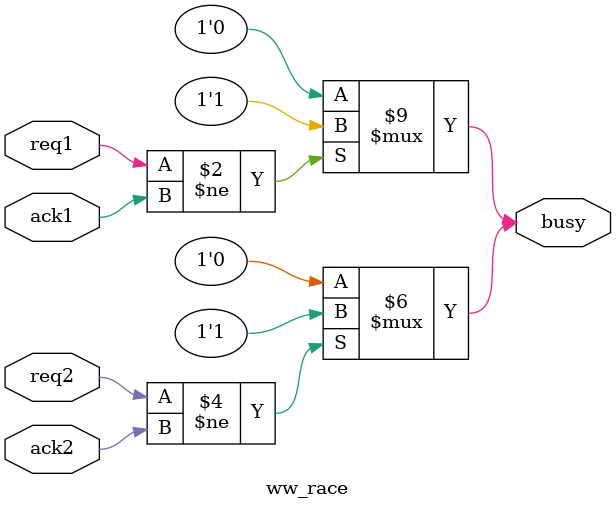
<source format=v>
module ww_race
(
    input req1, 
    input ack1,
    input req2,
    input ack2, 
    output reg busy
);

always@(*) begin
    if(req1 != ack1)
        busy = 1'b1;
    else 
        busy = 1'b0;
end

always@(*) begin
    if(req2 != ack2)
        busy = 1'b1;
    else 
        busy = 1'b0;
end

endmodule


</source>
